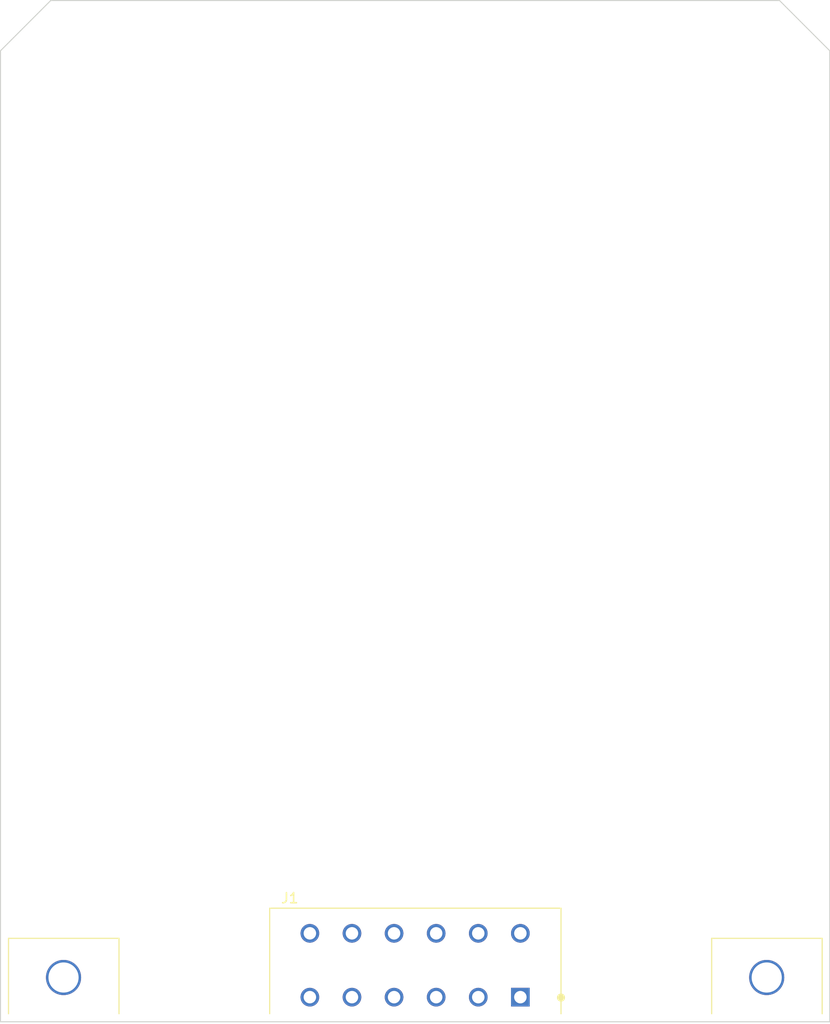
<source format=kicad_pcb>
(kicad_pcb (version 20211014) (generator pcbnew)
  (layers (0 "F.Cu" signal) (31 "B.Cu" signal) (34 "B.Paste" user) (35 "F.Paste" user) (36 "B.SilkS" user "B.Silkscreen") (37 "F.SilkS" user "F.Silkscreen") (38 "B.Mask" user) (39 "F.Mask" user) (44 "Edge.Cuts" user))
  (net 0 "")
  (footprint "kicad-dtm-enclosure:DTM13-12Px-R008" (layer "F.Cu") (at 91.275 170)
    (fp_text reference "J1" (at -12.4775 -12.3) (layer "F.SilkS"))
    (fp_text value "DTM13-12PA-R008_TEC")
    (fp_line (start -14.4775 -11.3) (end 14.5225 -11.3) (layer "F.SilkS") (width 0.12))
    (fp_line (start -40.4775 -0.8) (end -40.4775 -8.3) (layer "F.SilkS") (width 0.12))
    (fp_line (start 14.5225 -11.3) (end 14.5225 -0.8) (layer "F.SilkS") (width 0.12))
    (fp_line (start 29.5225 -0.8) (end 29.5225 -8.3) (layer "F.SilkS") (width 0.12))
    (fp_line (start -29.4775 -8.3) (end -29.4775 -0.8) (layer "F.SilkS") (width 0.12))
    (fp_line (start 29.5225 -8.3) (end 40.5225 -8.3) (layer "F.SilkS") (width 0.12))
    (fp_line (start -40.4775 -8.3) (end -29.4775 -8.3) (layer "F.SilkS") (width 0.12))
    (fp_line (start 40.5225 -8.3) (end 40.5225 -0.8) (layer "F.SilkS") (width 0.12))
    (fp_line (start -14.4775 -0.8) (end -14.4775 -11.3) (layer "F.SilkS") (width 0.12))
    (fp_circle (center 14.5225 -2.406852) (end 14.7225 -2.406852) (layer "F.SilkS") (width 0.4) (fill none))
    (pad "1" thru_hole rect (at 10.4775 -2.45) (size 1.86 1.86) (drill 1.24) (layers *.Cu *.Mask))
    (pad "2" thru_hole circle (at 6.2865 -2.45) (size 1.86 1.86) (drill 1.24) (layers *.Cu *.Mask))
    (pad "3" thru_hole circle (at 2.0955 -2.45) (size 1.86 1.86) (drill 1.24) (layers *.Cu *.Mask))
    (pad "4" thru_hole circle (at -2.0955 -2.45) (size 1.86 1.86) (drill 1.24) (layers *.Cu *.Mask))
    (pad "5" thru_hole circle (at -6.2865 -2.45) (size 1.86 1.86) (drill 1.24) (layers *.Cu *.Mask))
    (pad "6" thru_hole circle (at -10.4775 -2.45) (size 1.86 1.86) (drill 1.24) (layers *.Cu *.Mask))
    (pad "7" thru_hole circle (at -10.4775 -8.8) (size 1.86 1.86) (drill 1.24) (layers *.Cu *.Mask))
    (pad "8" thru_hole circle (at -6.2865 -8.8) (size 1.86 1.86) (drill 1.24) (layers *.Cu *.Mask))
    (pad "9" thru_hole circle (at -2.0955 -8.8) (size 1.86 1.86) (drill 1.24) (layers *.Cu *.Mask))
    (pad "10" thru_hole circle (at 2.0955 -8.8) (size 1.86 1.86) (drill 1.24) (layers *.Cu *.Mask))
    (pad "11" thru_hole circle (at 6.2865 -8.8) (size 1.86 1.86) (drill 1.24) (layers *.Cu *.Mask))
    (pad "12" thru_hole circle (at 10.4775 -8.8) (size 1.86 1.86) (drill 1.24) (layers *.Cu *.Mask))
    (pad "13" thru_hole circle (at -35 -4.405) (size 3.5 3.5) (drill 3) (layers *.Cu *.Mask))
    (pad "14" thru_hole circle (at 35 -4.405) (size 3.5 3.5) (drill 3) (layers *.Cu *.Mask))
  )
  (gr_line (start 50 170) (end 132.55 170) (layer "Edge.Cuts") (width 0.1))
  (gr_line (start 55 68.4) (end 127.55 68.4) (layer "Edge.Cuts") (width 0.1))
  (gr_line (start 132.55 73.4) (end 132.55 170) (layer "Edge.Cuts") (width 0.1))
  (gr_line (start 50 170) (end 50 73.4) (layer "Edge.Cuts") (width 0.1))
  (gr_line (start 50 73.4) (end 55 68.4) (layer "Edge.Cuts") (width 0.1))
  (gr_line (start 127.55 68.4) (end 132.55 73.4) (layer "Edge.Cuts") (width 0.1))
)
</source>
